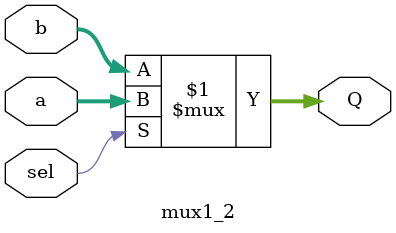
<source format=v>
module mux1_2(Q, sel, a, b);

	input sel;
	input[4:0] a, b;
	output [4:0] Q;
	/*
	always@(sel,a,b)begin
	if (sel) // sel 1 = a
		Q = a;
	else
		Q = b;
	end
	*/
	
	assign Q = sel ? a : b;

endmodule

</source>
